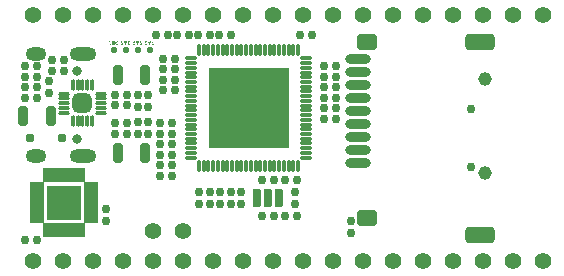
<source format=gbs>
G04*
G04 #@! TF.GenerationSoftware,Altium Limited,Altium Designer,22.2.1 (43)*
G04*
G04 Layer_Color=16711935*
%FSLAX25Y25*%
%MOIN*%
G70*
G04*
G04 #@! TF.SameCoordinates,5BB0EFD5-3206-4E1C-A6FC-55E40B3CF44B*
G04*
G04*
G04 #@! TF.FilePolarity,Negative*
G04*
G01*
G75*
G04:AMPARAMS|DCode=31|XSize=26mil|YSize=26mil|CornerRadius=8mil|HoleSize=0mil|Usage=FLASHONLY|Rotation=0.000|XOffset=0mil|YOffset=0mil|HoleType=Round|Shape=RoundedRectangle|*
%AMROUNDEDRECTD31*
21,1,0.02600,0.01000,0,0,0.0*
21,1,0.01000,0.02600,0,0,0.0*
1,1,0.01600,0.00500,-0.00500*
1,1,0.01600,-0.00500,-0.00500*
1,1,0.01600,-0.00500,0.00500*
1,1,0.01600,0.00500,0.00500*
%
%ADD31ROUNDEDRECTD31*%
G04:AMPARAMS|DCode=32|XSize=26mil|YSize=26mil|CornerRadius=8mil|HoleSize=0mil|Usage=FLASHONLY|Rotation=90.000|XOffset=0mil|YOffset=0mil|HoleType=Round|Shape=RoundedRectangle|*
%AMROUNDEDRECTD32*
21,1,0.02600,0.01000,0,0,90.0*
21,1,0.01000,0.02600,0,0,90.0*
1,1,0.01600,0.00500,0.00500*
1,1,0.01600,0.00500,-0.00500*
1,1,0.01600,-0.00500,-0.00500*
1,1,0.01600,-0.00500,0.00500*
%
%ADD32ROUNDEDRECTD32*%
%ADD43C,0.05600*%
%ADD44C,0.02962*%
%ADD45O,0.08868X0.04537*%
%ADD46O,0.06899X0.04537*%
%ADD47C,0.03159*%
%ADD48C,0.04537*%
G04:AMPARAMS|DCode=76|XSize=22mil|YSize=22mil|CornerRadius=11mil|HoleSize=0mil|Usage=FLASHONLY|Rotation=90.000|XOffset=0mil|YOffset=0mil|HoleType=Round|Shape=RoundedRectangle|*
%AMROUNDEDRECTD76*
21,1,0.02200,0.00000,0,0,90.0*
21,1,0.00000,0.02200,0,0,90.0*
1,1,0.02200,0.00000,0.00000*
1,1,0.02200,0.00000,0.00000*
1,1,0.02200,0.00000,0.00000*
1,1,0.02200,0.00000,0.00000*
%
%ADD76ROUNDEDRECTD76*%
G04:AMPARAMS|DCode=77|XSize=65.06mil|YSize=65.06mil|CornerRadius=17.76mil|HoleSize=0mil|Usage=FLASHONLY|Rotation=180.000|XOffset=0mil|YOffset=0mil|HoleType=Round|Shape=RoundedRectangle|*
%AMROUNDEDRECTD77*
21,1,0.06506,0.02953,0,0,180.0*
21,1,0.02953,0.06506,0,0,180.0*
1,1,0.03553,-0.01476,0.01476*
1,1,0.03553,0.01476,0.01476*
1,1,0.03553,0.01476,-0.01476*
1,1,0.03553,-0.01476,-0.01476*
%
%ADD77ROUNDEDRECTD77*%
G04:AMPARAMS|DCode=78|XSize=15.45mil|YSize=37.5mil|CornerRadius=5.36mil|HoleSize=0mil|Usage=FLASHONLY|Rotation=180.000|XOffset=0mil|YOffset=0mil|HoleType=Round|Shape=RoundedRectangle|*
%AMROUNDEDRECTD78*
21,1,0.01545,0.02677,0,0,180.0*
21,1,0.00472,0.03750,0,0,180.0*
1,1,0.01072,-0.00236,0.01339*
1,1,0.01072,0.00236,0.01339*
1,1,0.01072,0.00236,-0.01339*
1,1,0.01072,-0.00236,-0.01339*
%
%ADD78ROUNDEDRECTD78*%
G04:AMPARAMS|DCode=79|XSize=15.45mil|YSize=37.5mil|CornerRadius=5.36mil|HoleSize=0mil|Usage=FLASHONLY|Rotation=90.000|XOffset=0mil|YOffset=0mil|HoleType=Round|Shape=RoundedRectangle|*
%AMROUNDEDRECTD79*
21,1,0.01545,0.02677,0,0,90.0*
21,1,0.00472,0.03750,0,0,90.0*
1,1,0.01072,0.01339,0.00236*
1,1,0.01072,0.01339,-0.00236*
1,1,0.01072,-0.01339,-0.00236*
1,1,0.01072,-0.01339,0.00236*
%
%ADD79ROUNDEDRECTD79*%
G04:AMPARAMS|DCode=80|XSize=33.56mil|YSize=65.06mil|CornerRadius=9.89mil|HoleSize=0mil|Usage=FLASHONLY|Rotation=180.000|XOffset=0mil|YOffset=0mil|HoleType=Round|Shape=RoundedRectangle|*
%AMROUNDEDRECTD80*
21,1,0.03356,0.04528,0,0,180.0*
21,1,0.01378,0.06506,0,0,180.0*
1,1,0.01978,-0.00689,0.02264*
1,1,0.01978,0.00689,0.02264*
1,1,0.01978,0.00689,-0.02264*
1,1,0.01978,-0.00689,-0.02264*
%
%ADD80ROUNDEDRECTD80*%
G04:AMPARAMS|DCode=81|XSize=25.68mil|YSize=29.62mil|CornerRadius=7.92mil|HoleSize=0mil|Usage=FLASHONLY|Rotation=270.000|XOffset=0mil|YOffset=0mil|HoleType=Round|Shape=RoundedRectangle|*
%AMROUNDEDRECTD81*
21,1,0.02568,0.01378,0,0,270.0*
21,1,0.00984,0.02962,0,0,270.0*
1,1,0.01584,-0.00689,-0.00492*
1,1,0.01584,-0.00689,0.00492*
1,1,0.01584,0.00689,0.00492*
1,1,0.01584,0.00689,-0.00492*
%
%ADD81ROUNDEDRECTD81*%
G04:AMPARAMS|DCode=82|XSize=27.65mil|YSize=63.09mil|CornerRadius=8.41mil|HoleSize=0mil|Usage=FLASHONLY|Rotation=0.000|XOffset=0mil|YOffset=0mil|HoleType=Round|Shape=RoundedRectangle|*
%AMROUNDEDRECTD82*
21,1,0.02765,0.04626,0,0,0.0*
21,1,0.01083,0.06309,0,0,0.0*
1,1,0.01683,0.00541,-0.02313*
1,1,0.01683,-0.00541,-0.02313*
1,1,0.01683,-0.00541,0.02313*
1,1,0.01683,0.00541,0.02313*
%
%ADD82ROUNDEDRECTD82*%
G04:AMPARAMS|DCode=83|XSize=27.65mil|YSize=63.09mil|CornerRadius=8.41mil|HoleSize=0mil|Usage=FLASHONLY|Rotation=0.000|XOffset=0mil|YOffset=0mil|HoleType=Round|Shape=RoundedRectangle|*
%AMROUNDEDRECTD83*
21,1,0.02765,0.04626,0,0,0.0*
21,1,0.01083,0.06309,0,0,0.0*
1,1,0.01683,0.00541,-0.02313*
1,1,0.01683,-0.00541,-0.02313*
1,1,0.01683,-0.00541,0.02313*
1,1,0.01683,0.00541,0.02313*
%
%ADD83ROUNDEDRECTD83*%
G04:AMPARAMS|DCode=84|XSize=22mil|YSize=48mil|CornerRadius=8mil|HoleSize=0mil|Usage=FLASHONLY|Rotation=180.000|XOffset=0mil|YOffset=0mil|HoleType=Round|Shape=RoundedRectangle|*
%AMROUNDEDRECTD84*
21,1,0.02200,0.03200,0,0,180.0*
21,1,0.00600,0.04800,0,0,180.0*
1,1,0.01600,-0.00300,0.01600*
1,1,0.01600,0.00300,0.01600*
1,1,0.01600,0.00300,-0.01600*
1,1,0.01600,-0.00300,-0.01600*
%
%ADD84ROUNDEDRECTD84*%
G04:AMPARAMS|DCode=85|XSize=22mil|YSize=48mil|CornerRadius=8mil|HoleSize=0mil|Usage=FLASHONLY|Rotation=270.000|XOffset=0mil|YOffset=0mil|HoleType=Round|Shape=RoundedRectangle|*
%AMROUNDEDRECTD85*
21,1,0.02200,0.03200,0,0,270.0*
21,1,0.00600,0.04800,0,0,270.0*
1,1,0.01600,-0.01600,-0.00300*
1,1,0.01600,-0.01600,0.00300*
1,1,0.01600,0.01600,0.00300*
1,1,0.01600,0.01600,-0.00300*
%
%ADD85ROUNDEDRECTD85*%
%ADD86R,0.11624X0.11230*%
%ADD87O,0.08474X0.03356*%
G04:AMPARAMS|DCode=88|XSize=56mil|YSize=68.99mil|CornerRadius=15.5mil|HoleSize=0mil|Usage=FLASHONLY|Rotation=270.000|XOffset=0mil|YOffset=0mil|HoleType=Round|Shape=RoundedRectangle|*
%AMROUNDEDRECTD88*
21,1,0.05600,0.03799,0,0,270.0*
21,1,0.02500,0.06899,0,0,270.0*
1,1,0.03100,-0.01900,-0.01250*
1,1,0.03100,-0.01900,0.01250*
1,1,0.03100,0.01900,0.01250*
1,1,0.03100,0.01900,-0.01250*
%
%ADD88ROUNDEDRECTD88*%
G04:AMPARAMS|DCode=89|XSize=56mil|YSize=100.49mil|CornerRadius=15.5mil|HoleSize=0mil|Usage=FLASHONLY|Rotation=270.000|XOffset=0mil|YOffset=0mil|HoleType=Round|Shape=RoundedRectangle|*
%AMROUNDEDRECTD89*
21,1,0.05600,0.06949,0,0,270.0*
21,1,0.02500,0.10049,0,0,270.0*
1,1,0.03100,-0.03474,-0.01250*
1,1,0.03100,-0.03474,0.01250*
1,1,0.03100,0.03474,0.01250*
1,1,0.03100,0.03474,-0.01250*
%
%ADD89ROUNDEDRECTD89*%
%ADD90R,0.27135X0.27135*%
%ADD91O,0.04340X0.01387*%
%ADD92O,0.01387X0.04340*%
G36*
X29946Y32474D02*
X29993Y32468D01*
X30035Y32459D01*
X30071Y32451D01*
X30101Y32440D01*
X30122Y32432D01*
X30131Y32427D01*
X30137Y32425D01*
X30139Y32423D01*
X30141D01*
X30180Y32402D01*
X30213Y32377D01*
X30245Y32349D01*
X30273Y32322D01*
X30296Y32296D01*
X30313Y32277D01*
X30319Y32269D01*
X30324Y32262D01*
X30328Y32260D01*
Y32258D01*
X30171Y32137D01*
X30146Y32165D01*
X30122Y32186D01*
X30101Y32205D01*
X30082Y32220D01*
X30067Y32230D01*
X30057Y32237D01*
X30048Y32241D01*
X30046Y32243D01*
X30025Y32254D01*
X30002Y32260D01*
X29978Y32266D01*
X29957Y32269D01*
X29938Y32271D01*
X29923Y32273D01*
X29910D01*
X29879Y32271D01*
X29851Y32264D01*
X29828Y32256D01*
X29806Y32247D01*
X29792Y32239D01*
X29779Y32230D01*
X29772Y32224D01*
X29770Y32222D01*
X29753Y32201D01*
X29741Y32179D01*
X29732Y32156D01*
X29726Y32133D01*
X29722Y32114D01*
X29719Y32097D01*
Y32086D01*
Y32082D01*
X29722Y32048D01*
X29728Y32014D01*
X29734Y31982D01*
X29743Y31955D01*
X29753Y31931D01*
X29760Y31912D01*
X29766Y31902D01*
X29768Y31900D01*
Y31898D01*
X29790Y31864D01*
X29813Y31825D01*
X29840Y31789D01*
X29868Y31753D01*
X29893Y31724D01*
X29915Y31698D01*
X29923Y31690D01*
X29929Y31683D01*
X29932Y31679D01*
X29934Y31677D01*
X29957Y31652D01*
X29982Y31624D01*
X30042Y31565D01*
X30101Y31503D01*
X30160Y31444D01*
X30190Y31416D01*
X30216Y31391D01*
X30239Y31367D01*
X30260Y31348D01*
X30277Y31332D01*
X30290Y31319D01*
X30298Y31310D01*
X30300Y31308D01*
Y31124D01*
X29463D01*
X29438Y31327D01*
X30023D01*
X29985Y31357D01*
X29948Y31387D01*
X29915Y31414D01*
X29883Y31442D01*
X29853Y31467D01*
X29825Y31493D01*
X29802Y31516D01*
X29779Y31535D01*
X29760Y31554D01*
X29743Y31571D01*
X29728Y31586D01*
X29715Y31599D01*
X29707Y31609D01*
X29700Y31616D01*
X29696Y31620D01*
X29694Y31622D01*
X29652Y31671D01*
X29618Y31717D01*
X29588Y31758D01*
X29563Y31794D01*
X29546Y31823D01*
X29533Y31847D01*
X29529Y31855D01*
X29524Y31861D01*
X29522Y31864D01*
Y31866D01*
X29503Y31908D01*
X29491Y31948D01*
X29480Y31987D01*
X29474Y32023D01*
X29469Y32052D01*
X29467Y32074D01*
Y32084D01*
Y32090D01*
Y32093D01*
Y32095D01*
X29469Y32133D01*
X29476Y32169D01*
X29484Y32203D01*
X29493Y32230D01*
X29501Y32254D01*
X29510Y32273D01*
X29516Y32283D01*
X29518Y32288D01*
X29539Y32319D01*
X29563Y32345D01*
X29588Y32370D01*
X29611Y32389D01*
X29633Y32404D01*
X29650Y32417D01*
X29662Y32423D01*
X29664Y32425D01*
X29667D01*
X29705Y32442D01*
X29743Y32455D01*
X29781Y32464D01*
X29817Y32470D01*
X29849Y32474D01*
X29874Y32476D01*
X29895D01*
X29946Y32474D01*
D02*
G37*
G36*
X32567Y32194D02*
X32465Y32025D01*
X32191Y32199D01*
Y31323D01*
X32507D01*
Y31124D01*
X31689D01*
Y31323D01*
X31945D01*
Y32451D01*
X32157D01*
X32567Y32194D01*
D02*
G37*
G36*
X31127Y31124D02*
X30854D01*
X30438Y32451D01*
X30693D01*
X30987Y31367D01*
X31278Y32451D01*
X31543D01*
X31127Y31124D01*
D02*
G37*
G36*
X27448Y31135D02*
X27217D01*
Y31740D01*
X27219Y31820D01*
X27222Y31903D01*
X27226Y31986D01*
X27230Y32026D01*
X27232Y32064D01*
X27234Y32098D01*
X27239Y32132D01*
X27241Y32159D01*
X27243Y32185D01*
X27245Y32206D01*
Y32221D01*
X27247Y32229D01*
Y32234D01*
X26867Y31135D01*
X26552D01*
Y32462D01*
X26783D01*
Y31858D01*
Y31803D01*
X26781Y31752D01*
Y31708D01*
X26779Y31668D01*
X26776Y31636D01*
Y31623D01*
Y31612D01*
X26774Y31602D01*
Y31595D01*
Y31593D01*
Y31591D01*
X26770Y31549D01*
X26768Y31508D01*
X26764Y31470D01*
X26759Y31436D01*
X26757Y31407D01*
X26755Y31383D01*
Y31375D01*
X26753Y31369D01*
Y31367D01*
Y31364D01*
X27132Y32462D01*
X27448D01*
Y31135D01*
D02*
G37*
G36*
X28135Y32484D02*
X28190Y32475D01*
X28239Y32462D01*
X28284Y32448D01*
X28303Y32439D01*
X28320Y32433D01*
X28335Y32427D01*
X28347Y32420D01*
X28358Y32416D01*
X28364Y32412D01*
X28368Y32407D01*
X28371D01*
X28417Y32376D01*
X28460Y32337D01*
X28496Y32299D01*
X28528Y32261D01*
X28551Y32227D01*
X28559Y32212D01*
X28568Y32200D01*
X28574Y32189D01*
X28578Y32181D01*
X28583Y32176D01*
Y32174D01*
X28608Y32115D01*
X28627Y32051D01*
X28640Y31988D01*
X28648Y31930D01*
X28653Y31903D01*
X28655Y31877D01*
X28657Y31856D01*
Y31837D01*
X28659Y31822D01*
Y31812D01*
Y31803D01*
Y31801D01*
X28657Y31740D01*
X28653Y31682D01*
X28646Y31629D01*
X28636Y31578D01*
X28625Y31532D01*
X28614Y31492D01*
X28602Y31453D01*
X28587Y31417D01*
X28574Y31388D01*
X28561Y31362D01*
X28551Y31339D01*
X28538Y31320D01*
X28530Y31307D01*
X28523Y31297D01*
X28519Y31290D01*
X28517Y31288D01*
X28489Y31256D01*
X28457Y31231D01*
X28426Y31207D01*
X28394Y31186D01*
X28360Y31169D01*
X28326Y31155D01*
X28292Y31144D01*
X28260Y31133D01*
X28231Y31127D01*
X28203Y31120D01*
X28178Y31118D01*
X28157Y31114D01*
X28139D01*
X28125Y31112D01*
X28114D01*
X28065Y31114D01*
X28021Y31116D01*
X27981Y31120D01*
X27947Y31127D01*
X27917Y31133D01*
X27896Y31137D01*
X27887Y31140D01*
X27881D01*
X27879Y31142D01*
X27877D01*
X27836Y31155D01*
X27798Y31169D01*
X27762Y31186D01*
X27728Y31201D01*
X27701Y31214D01*
X27679Y31224D01*
X27671Y31229D01*
X27665Y31233D01*
X27663Y31235D01*
X27660D01*
Y31890D01*
X28152D01*
X28127Y31689D01*
X27911D01*
Y31360D01*
X27942Y31345D01*
X27974Y31332D01*
X28006Y31324D01*
X28036Y31320D01*
X28063Y31316D01*
X28084Y31313D01*
X28104D01*
X28129Y31316D01*
X28154Y31318D01*
X28199Y31330D01*
X28237Y31350D01*
X28267Y31371D01*
X28292Y31390D01*
X28309Y31409D01*
X28318Y31422D01*
X28322Y31424D01*
Y31426D01*
X28335Y31449D01*
X28345Y31475D01*
X28356Y31502D01*
X28364Y31532D01*
X28377Y31593D01*
X28385Y31655D01*
X28387Y31684D01*
X28390Y31712D01*
X28392Y31738D01*
Y31759D01*
X28394Y31776D01*
Y31791D01*
Y31799D01*
Y31801D01*
X28392Y31848D01*
X28390Y31890D01*
X28385Y31928D01*
X28379Y31964D01*
X28373Y31998D01*
X28364Y32028D01*
X28356Y32056D01*
X28347Y32079D01*
X28339Y32100D01*
X28332Y32119D01*
X28324Y32134D01*
X28318Y32147D01*
X28311Y32155D01*
X28307Y32162D01*
X28303Y32166D01*
Y32168D01*
X28286Y32189D01*
X28267Y32206D01*
X28248Y32221D01*
X28229Y32234D01*
X28188Y32255D01*
X28152Y32267D01*
X28118Y32276D01*
X28106Y32278D01*
X28093Y32280D01*
X28082Y32282D01*
X28044D01*
X28021Y32278D01*
X27997Y32274D01*
X27981Y32270D01*
X27964Y32265D01*
X27953Y32261D01*
X27944Y32259D01*
X27942Y32257D01*
X27919Y32246D01*
X27898Y32234D01*
X27874Y32221D01*
X27855Y32208D01*
X27839Y32195D01*
X27826Y32185D01*
X27815Y32178D01*
X27813Y32176D01*
X27673Y32320D01*
X27707Y32352D01*
X27739Y32380D01*
X27771Y32401D01*
X27798Y32420D01*
X27821Y32433D01*
X27839Y32443D01*
X27851Y32448D01*
X27853Y32450D01*
X27855D01*
X27891Y32462D01*
X27928Y32471D01*
X27966Y32480D01*
X28000Y32484D01*
X28029Y32486D01*
X28055Y32488D01*
X28076D01*
X28135Y32484D01*
D02*
G37*
G36*
X26302Y31135D02*
X25967D01*
X25918Y31137D01*
X25871Y31142D01*
X25827Y31148D01*
X25784Y31159D01*
X25746Y31169D01*
X25708Y31182D01*
X25676Y31195D01*
X25644Y31210D01*
X25617Y31222D01*
X25593Y31235D01*
X25572Y31248D01*
X25555Y31258D01*
X25540Y31269D01*
X25532Y31275D01*
X25526Y31280D01*
X25523Y31282D01*
X25492Y31311D01*
X25464Y31347D01*
X25441Y31385D01*
X25420Y31426D01*
X25403Y31470D01*
X25388Y31513D01*
X25377Y31557D01*
X25367Y31600D01*
X25360Y31642D01*
X25354Y31680D01*
X25352Y31716D01*
X25348Y31746D01*
Y31771D01*
X25345Y31791D01*
Y31803D01*
Y31807D01*
X25348Y31875D01*
X25354Y31937D01*
X25362Y31994D01*
X25373Y32045D01*
X25386Y32092D01*
X25403Y32134D01*
X25417Y32172D01*
X25434Y32204D01*
X25451Y32231D01*
X25466Y32257D01*
X25481Y32276D01*
X25496Y32293D01*
X25506Y32306D01*
X25515Y32314D01*
X25521Y32318D01*
X25523Y32320D01*
X25557Y32346D01*
X25593Y32367D01*
X25631Y32386D01*
X25670Y32403D01*
X25708Y32416D01*
X25746Y32429D01*
X25820Y32445D01*
X25854Y32450D01*
X25886Y32454D01*
X25914Y32458D01*
X25939Y32460D01*
X25958Y32462D01*
X26302D01*
Y31135D01*
D02*
G37*
G36*
X40202Y32486D02*
X40244Y32480D01*
X40285Y32471D01*
X40323Y32460D01*
X40359Y32448D01*
X40393Y32433D01*
X40425Y32416D01*
X40454Y32401D01*
X40480Y32384D01*
X40503Y32367D01*
X40524Y32352D01*
X40539Y32340D01*
X40554Y32329D01*
X40562Y32320D01*
X40569Y32314D01*
X40571Y32312D01*
X40444Y32174D01*
X40416Y32195D01*
X40391Y32214D01*
X40369Y32229D01*
X40348Y32240D01*
X40334Y32250D01*
X40321Y32257D01*
X40312Y32259D01*
X40310Y32261D01*
X40287Y32270D01*
X40264Y32278D01*
X40240Y32282D01*
X40219Y32284D01*
X40202Y32287D01*
X40187Y32289D01*
X40174D01*
X40143Y32287D01*
X40113Y32282D01*
X40088Y32274D01*
X40066Y32265D01*
X40049Y32257D01*
X40039Y32248D01*
X40030Y32244D01*
X40028Y32242D01*
X40009Y32223D01*
X39994Y32202D01*
X39986Y32181D01*
X39977Y32159D01*
X39973Y32142D01*
X39971Y32125D01*
Y32117D01*
Y32113D01*
X39973Y32081D01*
X39979Y32053D01*
X39990Y32028D01*
X40001Y32009D01*
X40011Y31994D01*
X40022Y31981D01*
X40028Y31975D01*
X40030Y31973D01*
X40054Y31958D01*
X40077Y31945D01*
X40102Y31937D01*
X40126Y31933D01*
X40147Y31928D01*
X40164Y31926D01*
X40274D01*
X40300Y31738D01*
X40170D01*
X40130Y31735D01*
X40094Y31729D01*
X40062Y31718D01*
X40037Y31706D01*
X40013Y31689D01*
X39996Y31672D01*
X39979Y31653D01*
X39969Y31634D01*
X39958Y31615D01*
X39952Y31595D01*
X39946Y31578D01*
X39943Y31561D01*
X39941Y31549D01*
X39939Y31538D01*
Y31532D01*
Y31530D01*
X39941Y31494D01*
X39950Y31462D01*
X39960Y31434D01*
X39971Y31411D01*
X39984Y31392D01*
X39994Y31379D01*
X40003Y31371D01*
X40005Y31369D01*
X40030Y31350D01*
X40060Y31335D01*
X40090Y31326D01*
X40117Y31318D01*
X40143Y31313D01*
X40164Y31311D01*
X40183D01*
X40211Y31313D01*
X40238Y31316D01*
X40264Y31320D01*
X40285Y31326D01*
X40304Y31332D01*
X40317Y31337D01*
X40325Y31339D01*
X40329Y31341D01*
X40355Y31354D01*
X40378Y31369D01*
X40399Y31385D01*
X40418Y31403D01*
X40435Y31417D01*
X40448Y31430D01*
X40456Y31438D01*
X40459Y31441D01*
X40609Y31309D01*
X40577Y31273D01*
X40545Y31241D01*
X40512Y31216D01*
X40482Y31195D01*
X40456Y31180D01*
X40435Y31167D01*
X40427Y31163D01*
X40420Y31161D01*
X40418Y31159D01*
X40416D01*
X40372Y31144D01*
X40329Y31131D01*
X40289Y31123D01*
X40251Y31118D01*
X40217Y31114D01*
X40204D01*
X40191Y31112D01*
X40170D01*
X40119Y31114D01*
X40071Y31120D01*
X40028Y31129D01*
X39990Y31140D01*
X39960Y31148D01*
X39948Y31152D01*
X39937Y31157D01*
X39929Y31161D01*
X39922Y31163D01*
X39920Y31165D01*
X39918D01*
X39878Y31186D01*
X39844Y31210D01*
X39814Y31235D01*
X39791Y31258D01*
X39772Y31280D01*
X39757Y31297D01*
X39748Y31307D01*
X39746Y31311D01*
X39725Y31347D01*
X39710Y31383D01*
X39700Y31420D01*
X39693Y31451D01*
X39687Y31481D01*
X39685Y31502D01*
Y31511D01*
Y31517D01*
Y31519D01*
Y31521D01*
X39689Y31574D01*
X39700Y31621D01*
X39712Y31661D01*
X39729Y31695D01*
X39746Y31723D01*
X39759Y31742D01*
X39770Y31752D01*
X39774Y31756D01*
X39808Y31786D01*
X39844Y31807D01*
X39878Y31822D01*
X39909Y31833D01*
X39939Y31841D01*
X39960Y31844D01*
X39969Y31846D01*
X39982D01*
X39943Y31850D01*
X39909Y31860D01*
X39880Y31875D01*
X39852Y31892D01*
X39831Y31907D01*
X39814Y31922D01*
X39806Y31930D01*
X39801Y31935D01*
X39776Y31969D01*
X39757Y32002D01*
X39744Y32039D01*
X39733Y32072D01*
X39729Y32100D01*
X39727Y32123D01*
X39725Y32132D01*
Y32138D01*
Y32142D01*
Y32144D01*
X39727Y32178D01*
X39733Y32210D01*
X39742Y32240D01*
X39750Y32265D01*
X39761Y32287D01*
X39770Y32304D01*
X39776Y32312D01*
X39778Y32316D01*
X39799Y32344D01*
X39825Y32369D01*
X39850Y32390D01*
X39873Y32410D01*
X39897Y32422D01*
X39914Y32433D01*
X39926Y32439D01*
X39929Y32441D01*
X39931D01*
X39969Y32456D01*
X40007Y32469D01*
X40045Y32477D01*
X40081Y32482D01*
X40111Y32486D01*
X40136Y32488D01*
X40157D01*
X40202Y32486D01*
D02*
G37*
G36*
X37908D02*
X37951Y32480D01*
X37991Y32471D01*
X38029Y32460D01*
X38065Y32448D01*
X38099Y32433D01*
X38131Y32416D01*
X38160Y32401D01*
X38186Y32384D01*
X38209Y32367D01*
X38230Y32352D01*
X38245Y32340D01*
X38260Y32329D01*
X38269Y32320D01*
X38275Y32314D01*
X38277Y32312D01*
X38150Y32174D01*
X38122Y32195D01*
X38097Y32214D01*
X38076Y32229D01*
X38054Y32240D01*
X38040Y32250D01*
X38027Y32257D01*
X38018Y32259D01*
X38016Y32261D01*
X37993Y32270D01*
X37970Y32278D01*
X37946Y32282D01*
X37925Y32284D01*
X37908Y32287D01*
X37893Y32289D01*
X37881D01*
X37849Y32287D01*
X37819Y32282D01*
X37794Y32274D01*
X37773Y32265D01*
X37756Y32257D01*
X37745Y32248D01*
X37736Y32244D01*
X37734Y32242D01*
X37715Y32223D01*
X37700Y32202D01*
X37692Y32181D01*
X37683Y32159D01*
X37679Y32142D01*
X37677Y32125D01*
Y32117D01*
Y32113D01*
X37679Y32081D01*
X37686Y32053D01*
X37696Y32028D01*
X37707Y32009D01*
X37717Y31994D01*
X37728Y31981D01*
X37734Y31975D01*
X37736Y31973D01*
X37760Y31958D01*
X37783Y31945D01*
X37809Y31937D01*
X37832Y31933D01*
X37853Y31928D01*
X37870Y31926D01*
X37980D01*
X38006Y31738D01*
X37876D01*
X37836Y31735D01*
X37800Y31729D01*
X37768Y31718D01*
X37743Y31706D01*
X37720Y31689D01*
X37703Y31672D01*
X37686Y31653D01*
X37675Y31634D01*
X37664Y31615D01*
X37658Y31595D01*
X37652Y31578D01*
X37650Y31561D01*
X37647Y31549D01*
X37645Y31538D01*
Y31532D01*
Y31530D01*
X37647Y31494D01*
X37656Y31462D01*
X37666Y31434D01*
X37677Y31411D01*
X37690Y31392D01*
X37700Y31379D01*
X37709Y31371D01*
X37711Y31369D01*
X37736Y31350D01*
X37766Y31335D01*
X37796Y31326D01*
X37823Y31318D01*
X37849Y31313D01*
X37870Y31311D01*
X37889D01*
X37917Y31313D01*
X37944Y31316D01*
X37970Y31320D01*
X37991Y31326D01*
X38010Y31332D01*
X38023Y31337D01*
X38031Y31339D01*
X38035Y31341D01*
X38061Y31354D01*
X38084Y31369D01*
X38105Y31385D01*
X38124Y31403D01*
X38141Y31417D01*
X38154Y31430D01*
X38163Y31438D01*
X38165Y31441D01*
X38315Y31309D01*
X38283Y31273D01*
X38252Y31241D01*
X38218Y31216D01*
X38188Y31195D01*
X38163Y31180D01*
X38141Y31167D01*
X38133Y31163D01*
X38127Y31161D01*
X38124Y31159D01*
X38122D01*
X38078Y31144D01*
X38035Y31131D01*
X37995Y31123D01*
X37957Y31118D01*
X37923Y31114D01*
X37910D01*
X37898Y31112D01*
X37876D01*
X37826Y31114D01*
X37777Y31120D01*
X37734Y31129D01*
X37696Y31140D01*
X37666Y31148D01*
X37654Y31152D01*
X37643Y31157D01*
X37635Y31161D01*
X37628Y31163D01*
X37626Y31165D01*
X37624D01*
X37584Y31186D01*
X37550Y31210D01*
X37520Y31235D01*
X37497Y31258D01*
X37478Y31280D01*
X37463Y31297D01*
X37455Y31307D01*
X37452Y31311D01*
X37431Y31347D01*
X37416Y31383D01*
X37406Y31420D01*
X37399Y31451D01*
X37393Y31481D01*
X37391Y31502D01*
Y31511D01*
Y31517D01*
Y31519D01*
Y31521D01*
X37395Y31574D01*
X37406Y31621D01*
X37418Y31661D01*
X37435Y31695D01*
X37452Y31723D01*
X37465Y31742D01*
X37476Y31752D01*
X37480Y31756D01*
X37514Y31786D01*
X37550Y31807D01*
X37584Y31822D01*
X37616Y31833D01*
X37645Y31841D01*
X37666Y31844D01*
X37675Y31846D01*
X37688D01*
X37650Y31850D01*
X37616Y31860D01*
X37586Y31875D01*
X37558Y31892D01*
X37537Y31907D01*
X37520Y31922D01*
X37512Y31930D01*
X37508Y31935D01*
X37482Y31969D01*
X37463Y32002D01*
X37450Y32039D01*
X37440Y32072D01*
X37435Y32100D01*
X37433Y32123D01*
X37431Y32132D01*
Y32138D01*
Y32142D01*
Y32144D01*
X37433Y32178D01*
X37440Y32210D01*
X37448Y32240D01*
X37457Y32265D01*
X37467Y32287D01*
X37476Y32304D01*
X37482Y32312D01*
X37484Y32316D01*
X37505Y32344D01*
X37531Y32369D01*
X37556Y32390D01*
X37580Y32410D01*
X37603Y32422D01*
X37620Y32433D01*
X37633Y32439D01*
X37635Y32441D01*
X37637D01*
X37675Y32456D01*
X37713Y32469D01*
X37751Y32477D01*
X37787Y32482D01*
X37817Y32486D01*
X37843Y32488D01*
X37864D01*
X37908Y32486D01*
D02*
G37*
G36*
X39091Y31135D02*
X38818D01*
X38402Y32462D01*
X38657D01*
X38951Y31379D01*
X39242Y32462D01*
X39507D01*
X39091Y31135D01*
D02*
G37*
G36*
X36226Y32486D02*
X36273Y32480D01*
X36316Y32471D01*
X36351Y32462D01*
X36381Y32452D01*
X36402Y32443D01*
X36411Y32439D01*
X36417Y32437D01*
X36419Y32435D01*
X36421D01*
X36460Y32414D01*
X36494Y32388D01*
X36525Y32361D01*
X36553Y32333D01*
X36576Y32308D01*
X36593Y32289D01*
X36599Y32280D01*
X36604Y32274D01*
X36608Y32272D01*
Y32270D01*
X36451Y32149D01*
X36426Y32176D01*
X36402Y32197D01*
X36381Y32217D01*
X36362Y32231D01*
X36347Y32242D01*
X36337Y32248D01*
X36328Y32253D01*
X36326Y32255D01*
X36305Y32265D01*
X36281Y32272D01*
X36258Y32278D01*
X36237Y32280D01*
X36218Y32282D01*
X36203Y32284D01*
X36190D01*
X36159Y32282D01*
X36131Y32276D01*
X36108Y32267D01*
X36086Y32259D01*
X36072Y32250D01*
X36059Y32242D01*
X36053Y32236D01*
X36051Y32234D01*
X36033Y32212D01*
X36021Y32191D01*
X36012Y32168D01*
X36006Y32144D01*
X36002Y32125D01*
X36000Y32109D01*
Y32098D01*
Y32094D01*
X36002Y32060D01*
X36008Y32026D01*
X36014Y31994D01*
X36023Y31966D01*
X36033Y31943D01*
X36040Y31924D01*
X36046Y31913D01*
X36048Y31911D01*
Y31909D01*
X36070Y31875D01*
X36093Y31837D01*
X36120Y31801D01*
X36148Y31765D01*
X36173Y31735D01*
X36195Y31710D01*
X36203Y31701D01*
X36209Y31695D01*
X36212Y31691D01*
X36214Y31689D01*
X36237Y31663D01*
X36263Y31636D01*
X36322Y31576D01*
X36381Y31515D01*
X36441Y31455D01*
X36470Y31428D01*
X36496Y31403D01*
X36519Y31379D01*
X36540Y31360D01*
X36557Y31343D01*
X36570Y31330D01*
X36578Y31322D01*
X36581Y31320D01*
Y31135D01*
X35743D01*
X35718Y31339D01*
X36303D01*
X36265Y31369D01*
X36228Y31398D01*
X36195Y31426D01*
X36163Y31453D01*
X36133Y31479D01*
X36106Y31504D01*
X36082Y31528D01*
X36059Y31547D01*
X36040Y31566D01*
X36023Y31583D01*
X36008Y31598D01*
X35995Y31610D01*
X35987Y31621D01*
X35980Y31627D01*
X35976Y31631D01*
X35974Y31634D01*
X35932Y31682D01*
X35898Y31729D01*
X35868Y31769D01*
X35843Y31805D01*
X35826Y31835D01*
X35813Y31858D01*
X35809Y31867D01*
X35805Y31873D01*
X35802Y31875D01*
Y31877D01*
X35783Y31920D01*
X35771Y31960D01*
X35760Y31998D01*
X35754Y32034D01*
X35749Y32064D01*
X35747Y32085D01*
Y32096D01*
Y32102D01*
Y32104D01*
Y32106D01*
X35749Y32144D01*
X35756Y32181D01*
X35764Y32214D01*
X35773Y32242D01*
X35781Y32265D01*
X35790Y32284D01*
X35796Y32295D01*
X35798Y32299D01*
X35819Y32331D01*
X35843Y32357D01*
X35868Y32382D01*
X35892Y32401D01*
X35913Y32416D01*
X35930Y32429D01*
X35942Y32435D01*
X35945Y32437D01*
X35947D01*
X35985Y32454D01*
X36023Y32467D01*
X36061Y32475D01*
X36097Y32482D01*
X36129Y32486D01*
X36154Y32488D01*
X36176D01*
X36226Y32486D01*
D02*
G37*
G36*
X34202Y31763D02*
X34024D01*
X33986Y31778D01*
X33969Y31784D01*
X33956Y31788D01*
X33943Y31793D01*
X33935Y31795D01*
X33931Y31797D01*
X33928D01*
X33896Y31803D01*
X33871Y31805D01*
X33860Y31807D01*
X33846D01*
X33814Y31805D01*
X33786Y31799D01*
X33763Y31788D01*
X33742Y31780D01*
X33727Y31769D01*
X33714Y31759D01*
X33708Y31752D01*
X33706Y31750D01*
X33689Y31727D01*
X33676Y31699D01*
X33665Y31670D01*
X33659Y31640D01*
X33655Y31612D01*
X33653Y31591D01*
Y31583D01*
Y31576D01*
Y31572D01*
Y31570D01*
X33655Y31525D01*
X33663Y31487D01*
X33672Y31453D01*
X33685Y31426D01*
X33695Y31405D01*
X33706Y31390D01*
X33714Y31381D01*
X33716Y31377D01*
X33742Y31356D01*
X33769Y31339D01*
X33797Y31328D01*
X33825Y31320D01*
X33850Y31316D01*
X33869Y31313D01*
X33884Y31311D01*
X33888D01*
X33913Y31313D01*
X33939Y31318D01*
X33964Y31322D01*
X33988Y31330D01*
X34032Y31350D01*
X34073Y31373D01*
X34104Y31396D01*
X34117Y31407D01*
X34128Y31415D01*
X34136Y31424D01*
X34143Y31430D01*
X34147Y31432D01*
X34149Y31434D01*
X34293Y31297D01*
X34261Y31265D01*
X34227Y31235D01*
X34193Y31212D01*
X34157Y31190D01*
X34123Y31171D01*
X34089Y31157D01*
X34056Y31146D01*
X34024Y31135D01*
X33994Y31127D01*
X33966Y31123D01*
X33941Y31118D01*
X33920Y31114D01*
X33903D01*
X33890Y31112D01*
X33880D01*
X33827Y31114D01*
X33780Y31120D01*
X33735Y31129D01*
X33699Y31140D01*
X33670Y31150D01*
X33646Y31159D01*
X33638Y31163D01*
X33632Y31165D01*
X33629Y31167D01*
X33627D01*
X33589Y31190D01*
X33555Y31216D01*
X33525Y31244D01*
X33500Y31269D01*
X33483Y31292D01*
X33468Y31311D01*
X33460Y31324D01*
X33458Y31326D01*
Y31328D01*
X33437Y31369D01*
X33422Y31411D01*
X33411Y31451D01*
X33405Y31489D01*
X33398Y31521D01*
Y31536D01*
X33396Y31547D01*
Y31557D01*
Y31564D01*
Y31568D01*
Y31570D01*
X33398Y31617D01*
X33405Y31659D01*
X33411Y31697D01*
X33419Y31731D01*
X33430Y31759D01*
X33437Y31778D01*
X33443Y31791D01*
X33445Y31795D01*
X33464Y31829D01*
X33485Y31858D01*
X33509Y31884D01*
X33530Y31905D01*
X33549Y31922D01*
X33564Y31935D01*
X33574Y31941D01*
X33579Y31943D01*
X33610Y31960D01*
X33644Y31973D01*
X33676Y31983D01*
X33706Y31990D01*
X33733Y31994D01*
X33752Y31996D01*
X33771D01*
X33814Y31994D01*
X33852Y31988D01*
X33884Y31981D01*
X33911Y31973D01*
X33935Y31962D01*
X33952Y31956D01*
X33960Y31949D01*
X33964Y31947D01*
Y32270D01*
X33470D01*
X33441Y32462D01*
X34202D01*
Y31763D01*
D02*
G37*
G36*
X35113Y31135D02*
X34840D01*
X34424Y32462D01*
X34679D01*
X34973Y31379D01*
X35264Y32462D01*
X35529D01*
X35113Y31135D01*
D02*
G37*
%LPC*%
G36*
X26045Y32259D02*
X25918D01*
X25892Y32255D01*
X25844Y32244D01*
X25803Y32229D01*
X25767Y32212D01*
X25740Y32195D01*
X25721Y32181D01*
X25708Y32170D01*
X25704Y32168D01*
Y32166D01*
X25687Y32147D01*
X25674Y32123D01*
X25661Y32098D01*
X25651Y32070D01*
X25634Y32013D01*
X25623Y31952D01*
X25621Y31924D01*
X25617Y31896D01*
X25615Y31873D01*
Y31850D01*
X25613Y31833D01*
Y31820D01*
Y31809D01*
Y31807D01*
Y31765D01*
X25617Y31725D01*
X25621Y31687D01*
X25627Y31651D01*
X25634Y31619D01*
X25642Y31589D01*
X25653Y31559D01*
X25663Y31534D01*
X25689Y31487D01*
X25716Y31449D01*
X25746Y31420D01*
X25778Y31394D01*
X25810Y31375D01*
X25839Y31360D01*
X25867Y31350D01*
X25892Y31343D01*
X25914Y31339D01*
X25928Y31335D01*
X26045D01*
Y32259D01*
D02*
G37*
%LPD*%
D31*
X24500Y-23500D02*
D03*
Y-27500D02*
D03*
X106000Y-31500D02*
D03*
Y-27500D02*
D03*
X5500Y15000D02*
D03*
Y19000D02*
D03*
X87500Y-22000D02*
D03*
Y-18000D02*
D03*
X59000Y-22000D02*
D03*
Y-18000D02*
D03*
X35000Y14500D02*
D03*
Y10500D02*
D03*
X38500Y14500D02*
D03*
Y10500D02*
D03*
X55500Y-22000D02*
D03*
Y-18000D02*
D03*
X69500Y-22000D02*
D03*
Y-18000D02*
D03*
X62500Y-22000D02*
D03*
Y-18000D02*
D03*
X35000Y1500D02*
D03*
Y5500D02*
D03*
X38500Y1500D02*
D03*
Y5500D02*
D03*
X66000Y-22000D02*
D03*
Y-18000D02*
D03*
D32*
X45000Y34500D02*
D03*
X41000D02*
D03*
X48000D02*
D03*
X52000D02*
D03*
X93100Y34200D02*
D03*
X89100D02*
D03*
X42500Y5000D02*
D03*
X46500D02*
D03*
X84000Y-26000D02*
D03*
X88000D02*
D03*
X-2500Y-34000D02*
D03*
X1500D02*
D03*
X6500Y26000D02*
D03*
X10500D02*
D03*
X6500Y22500D02*
D03*
X10500D02*
D03*
X80500Y-26000D02*
D03*
X76500D02*
D03*
X31500Y14500D02*
D03*
X27500D02*
D03*
X-2500Y24000D02*
D03*
X1500D02*
D03*
X-2500Y20500D02*
D03*
X1500D02*
D03*
Y17000D02*
D03*
X-2500D02*
D03*
Y13500D02*
D03*
X1500D02*
D03*
X42500Y1500D02*
D03*
X46500D02*
D03*
X42500Y-2000D02*
D03*
X46500D02*
D03*
X76500Y-14000D02*
D03*
X80500D02*
D03*
X101000Y10000D02*
D03*
X97000D02*
D03*
X43500Y19500D02*
D03*
X47500D02*
D03*
X97000Y13500D02*
D03*
X101000D02*
D03*
X88000Y-14000D02*
D03*
X84000D02*
D03*
X97000Y6500D02*
D03*
X101000D02*
D03*
Y20500D02*
D03*
X97000D02*
D03*
X101000Y17000D02*
D03*
X97000D02*
D03*
Y24000D02*
D03*
X101000D02*
D03*
X42500Y-9000D02*
D03*
X46500D02*
D03*
X47500Y16000D02*
D03*
X43500D02*
D03*
X46500Y-5500D02*
D03*
X42500D02*
D03*
X59000Y34500D02*
D03*
X55000D02*
D03*
X47500Y23000D02*
D03*
X43500D02*
D03*
X62000Y34500D02*
D03*
X66000D02*
D03*
X47500Y26500D02*
D03*
X43500D02*
D03*
X42500Y-12500D02*
D03*
X46500D02*
D03*
X31500Y5000D02*
D03*
X27500D02*
D03*
Y1500D02*
D03*
X31500D02*
D03*
Y11000D02*
D03*
X27500D02*
D03*
D43*
X50000Y-31000D02*
D03*
X40000D02*
D03*
X60000Y-41000D02*
D03*
X70000D02*
D03*
X50000D02*
D03*
X10000D02*
D03*
X0D02*
D03*
X20000D02*
D03*
X40000D02*
D03*
X30000D02*
D03*
X80000D02*
D03*
X150000D02*
D03*
X160000D02*
D03*
X140000D02*
D03*
X100000D02*
D03*
X90000D02*
D03*
X110000D02*
D03*
X130000D02*
D03*
X120000D02*
D03*
X170000D02*
D03*
X60000Y41000D02*
D03*
X70000D02*
D03*
X50000D02*
D03*
X10000D02*
D03*
X0D02*
D03*
X20000D02*
D03*
X40000D02*
D03*
X30000D02*
D03*
X80000D02*
D03*
X150000D02*
D03*
X160000D02*
D03*
X140000D02*
D03*
X100000D02*
D03*
X90000D02*
D03*
X110000D02*
D03*
X130000D02*
D03*
X120000D02*
D03*
X170000D02*
D03*
D44*
X146114Y9646D02*
D03*
Y-9646D02*
D03*
D45*
X16827Y28028D02*
D03*
Y-6028D02*
D03*
D46*
X1079Y28028D02*
D03*
Y-6028D02*
D03*
D47*
X14858Y-378D02*
D03*
Y22378D02*
D03*
D48*
X150839Y-11677D02*
D03*
Y19740D02*
D03*
D76*
X27000Y29500D02*
D03*
X31000D02*
D03*
X35000D02*
D03*
X39000D02*
D03*
D77*
X16602Y11650D02*
D03*
D78*
X19752Y17752D02*
D03*
X18177D02*
D03*
X16602D02*
D03*
X15028D02*
D03*
X13453D02*
D03*
Y5547D02*
D03*
X15028D02*
D03*
X16602D02*
D03*
X18177D02*
D03*
X19752D02*
D03*
D79*
X10500Y14799D02*
D03*
Y13224D02*
D03*
Y11650D02*
D03*
Y10075D02*
D03*
Y8500D02*
D03*
X22705D02*
D03*
Y10075D02*
D03*
Y11650D02*
D03*
Y13224D02*
D03*
Y14799D02*
D03*
D80*
X6028Y7500D02*
D03*
X-3028D02*
D03*
X28472Y-5000D02*
D03*
X37528D02*
D03*
X28472Y21000D02*
D03*
X37528D02*
D03*
D81*
X-734Y0D02*
D03*
X9734D02*
D03*
D82*
X82240Y-20000D02*
D03*
X78500D02*
D03*
D83*
X74760Y-20000D02*
D03*
D84*
X16406Y-30650D02*
D03*
X14437D02*
D03*
X12468D02*
D03*
X10500D02*
D03*
X8531D02*
D03*
X6563D02*
D03*
X4594D02*
D03*
Y-12350D02*
D03*
X6563D02*
D03*
X8531D02*
D03*
X10500D02*
D03*
X12468D02*
D03*
X14437D02*
D03*
X16406D02*
D03*
D85*
X1350Y-27406D02*
D03*
Y-25437D02*
D03*
Y-23469D02*
D03*
Y-21500D02*
D03*
Y-19532D02*
D03*
Y-17563D02*
D03*
Y-15595D02*
D03*
X19650D02*
D03*
Y-17563D02*
D03*
Y-19532D02*
D03*
Y-21500D02*
D03*
Y-23469D02*
D03*
Y-25437D02*
D03*
Y-27406D02*
D03*
D86*
X10500Y-21500D02*
D03*
D87*
X108500Y-8331D02*
D03*
Y-4000D02*
D03*
Y331D02*
D03*
Y4661D02*
D03*
Y8992D02*
D03*
Y13323D02*
D03*
Y17653D02*
D03*
Y21984D02*
D03*
Y26315D02*
D03*
D88*
X111469Y-26638D02*
D03*
Y32039D02*
D03*
D89*
X149264Y-32181D02*
D03*
Y32039D02*
D03*
D90*
X72000Y10000D02*
D03*
D91*
X52807Y26535D02*
D03*
Y24961D02*
D03*
Y23386D02*
D03*
Y21811D02*
D03*
Y20236D02*
D03*
Y18661D02*
D03*
Y17087D02*
D03*
Y15512D02*
D03*
Y13937D02*
D03*
Y12362D02*
D03*
Y10787D02*
D03*
Y9213D02*
D03*
Y7638D02*
D03*
Y6063D02*
D03*
Y4488D02*
D03*
Y2913D02*
D03*
Y1339D02*
D03*
Y-236D02*
D03*
Y-1811D02*
D03*
Y-3386D02*
D03*
Y-4961D02*
D03*
Y-6535D02*
D03*
X91193D02*
D03*
Y-4961D02*
D03*
Y-3386D02*
D03*
X91193Y-1811D02*
D03*
Y-236D02*
D03*
X91193Y1339D02*
D03*
Y2913D02*
D03*
Y4488D02*
D03*
Y6063D02*
D03*
Y7638D02*
D03*
Y9213D02*
D03*
Y10787D02*
D03*
Y12362D02*
D03*
X91193Y13937D02*
D03*
X91193Y15512D02*
D03*
X91193Y17087D02*
D03*
X91193Y18661D02*
D03*
X91193Y20236D02*
D03*
X91193Y21811D02*
D03*
Y23386D02*
D03*
Y24961D02*
D03*
Y26535D02*
D03*
D92*
X55465Y-9193D02*
D03*
X57039D02*
D03*
X58614D02*
D03*
X60189D02*
D03*
X61764Y-9193D02*
D03*
X63339Y-9193D02*
D03*
X64913Y-9193D02*
D03*
X66488Y-9193D02*
D03*
X68063Y-9193D02*
D03*
X69638Y-9193D02*
D03*
X71213D02*
D03*
X72787D02*
D03*
X74362D02*
D03*
X75937D02*
D03*
X77512D02*
D03*
X79087D02*
D03*
X80661D02*
D03*
X82236Y-9193D02*
D03*
X83811D02*
D03*
X85386Y-9193D02*
D03*
X86961D02*
D03*
X88535D02*
D03*
Y29193D02*
D03*
X86961D02*
D03*
X85386D02*
D03*
X83811D02*
D03*
X82236D02*
D03*
X80661D02*
D03*
X79087D02*
D03*
X77512D02*
D03*
X75937D02*
D03*
X74362D02*
D03*
X72787D02*
D03*
X71213D02*
D03*
X69638D02*
D03*
X68063D02*
D03*
X66488D02*
D03*
X64913D02*
D03*
X63339D02*
D03*
X61764D02*
D03*
X60189D02*
D03*
X58614D02*
D03*
X57039D02*
D03*
X55465D02*
D03*
M02*

</source>
